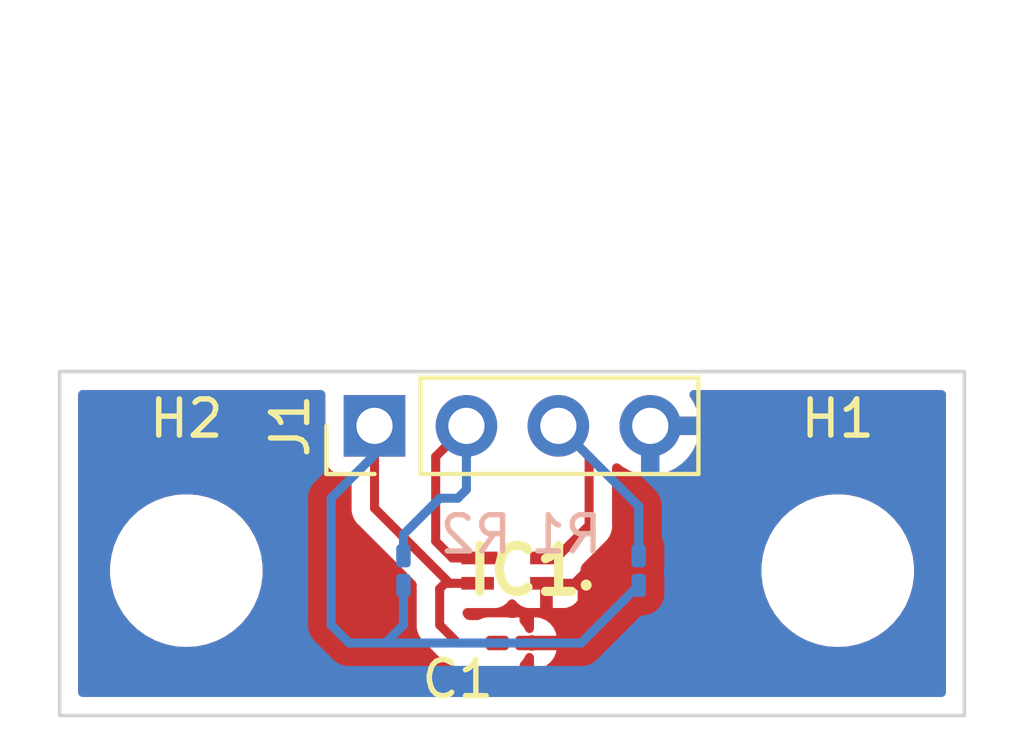
<source format=kicad_pcb>
(kicad_pcb (version 20211014) (generator pcbnew)
  (layers (0 "F.Cu" signal) (31 "B.Cu" signal) (34 "B.Paste" user) (35 "F.Paste" user) (36 "B.SilkS" user "B.Silkscreen") (37 "F.SilkS" user "F.Silkscreen") (38 "B.Mask" user) (39 "F.Mask" user) (44 "Edge.Cuts" user))
  (net 0 "")
  (net 1 "+3.3V")
  (net 2 "GND")
  (net 3 "COLOR_I2C_SDA")
  (net 4 "COLOR_I2C_SCL")
  (footprint "MountingHole:MountingHole_3.2mm_M3" (layer "F.Cu") (at 97 80.5)
    (fp_text reference "H1" (at 0 -4.2) (layer "F.SilkS"))
    (fp_text value "MountingHole")
    (pad "" np_thru_hole circle (at 0 0) (size 3.2 3.2) (drill 3.2) (layers *.Cu *.Mask))
  )
  (footprint "Capacitor_SMD:C_0201_0603Metric_Pad0.64x0.40mm_HandSolder" (layer "F.Cu") (at 88 82.5)
    (fp_text reference "C1" (at -1.5 1) (layer "F.SilkS"))
    (fp_text value "100n")
    (pad "1" smd roundrect (at -0.4075 0) (size 0.635 0.4) (layers "F.Cu" "F.Mask") (net 1 "+3.3V"))
    (pad "2" smd roundrect (at 0.4075 0) (size 0.635 0.4) (layers "F.Cu" "F.Mask") (net 2 "GND"))
  )
  (footprint "Connector_PinHeader_2.54mm:PinHeader_1x04_P2.54mm_Vertical" (layer "F.Cu") (at 84.2 76.5 90)
    (fp_text reference "J1" (at 0 -2.33 90) (layer "F.SilkS"))
    (fp_text value "Conn_01x04_Male")
    (fp_line (start -1.33 0) (end -1.33 -1.33) (layer "F.SilkS") (width 0.12))
    (fp_line (start 1.33 1.27) (end 1.33 8.95) (layer "F.SilkS") (width 0.12))
    (fp_line (start -1.33 8.95) (end 1.33 8.95) (layer "F.SilkS") (width 0.12))
    (fp_line (start -1.33 -1.33) (end 0 -1.33) (layer "F.SilkS") (width 0.12))
    (fp_line (start -1.33 1.27) (end -1.33 8.95) (layer "F.SilkS") (width 0.12))
    (fp_line (start -1.33 1.27) (end 1.33 1.27) (layer "F.SilkS") (width 0.12))
    (pad "1" thru_hole rect (at 0 0 90) (size 1.7 1.7) (drill 1) (layers *.Cu *.Mask) (net 1 "+3.3V"))
    (pad "2" thru_hole oval (at 0 2.54 90) (size 1.7 1.7) (drill 1) (layers *.Cu *.Mask) (net 4 "COLOR_I2C_SCL"))
    (pad "3" thru_hole oval (at 0 5.08 90) (size 1.7 1.7) (drill 1) (layers *.Cu *.Mask) (net 3 "COLOR_I2C_SDA"))
    (pad "4" thru_hole oval (at 0 7.62 90) (size 1.7 1.7) (drill 1) (layers *.Cu *.Mask) (net 2 "GND"))
  )
  (footprint "KiCad:VEML3328" (layer "F.Cu") (at 88 80.5 180)
    (fp_text reference "IC1" (at -0.35 0) (layer "F.SilkS") (effects (font (size 1.27 1.27) (thickness 0.254))))
    (fp_text value "VEML3328" hide)
    (fp_line (start -2.05 -0.35) (end -2.05 -0.35) (layer "F.SilkS") (width 0.2))
    (fp_line (start -2.05 -0.45) (end -2.05 -0.45) (layer "F.SilkS") (width 0.2))
    (fp_line (start -2.05 -0.35) (end -2.05 -0.35) (layer "F.SilkS") (width 0.2))
    (fp_arc (start -2.05 -0.35) (mid -2.1 -0.4) (end -2.05 -0.45) (layer "F.SilkS") (width 0.2))
    (fp_arc (start -2.05 -0.45) (mid -2 -0.4) (end -2.05 -0.35) (layer "F.SilkS") (width 0.2))
    (fp_arc (start -2.05 -0.45) (mid -2 -0.4) (end -2.05 -0.35) (layer "F.SilkS") (width 0.2))
    (pad "1" smd rect locked (at -0.95 -0.35 270) (size 0.35 0.9) (layers "F.Cu" "F.Paste" "F.Mask") (net 2 "GND"))
    (pad "2" smd rect locked (at -0.95 0.35 270) (size 0.35 0.9) (layers "F.Cu" "F.Paste" "F.Mask") (net 3 "COLOR_I2C_SDA"))
    (pad "3" smd rect locked (at 0.9 0.35 270) (size 0.35 1) (layers "F.Cu" "F.Paste" "F.Mask") (net 4 "COLOR_I2C_SCL"))
    (pad "4" smd rect locked (at 0.95 -0.35 270) (size 0.35 0.9) (layers "F.Cu" "F.Paste" "F.Mask") (net 1 "+3.3V"))
  )
  (footprint "MountingHole:MountingHole_3.2mm_M3" (layer "F.Cu") (at 79 80.5)
    (fp_text reference "H2" (at 0 -4.2) (layer "F.SilkS"))
    (fp_text value "MountingHole")
    (pad "" np_thru_hole circle (at 0 0) (size 3.2 3.2) (drill 3.2) (layers *.Cu *.Mask))
  )
  (footprint "Resistor_SMD:R_0201_0603Metric_Pad0.64x0.40mm_HandSolder" (layer "B.Cu") (at 85 80.5 90)
    (fp_text reference "R2" (at 1 2) (layer "B.SilkS") (effects (justify mirror)))
    (fp_text value "2k2")
    (pad "1" smd roundrect (at -0.4075 0 90) (size 0.635 0.4) (layers "B.Cu" "B.Mask") (net 1 "+3.3V"))
    (pad "2" smd roundrect (at 0.4075 0 90) (size 0.635 0.4) (layers "B.Cu" "B.Mask") (net 4 "COLOR_I2C_SCL"))
  )
  (footprint "Resistor_SMD:R_0201_0603Metric_Pad0.64x0.40mm_HandSolder" (layer "B.Cu") (at 91.5 80.5 90)
    (fp_text reference "R1" (at 1 -2) (layer "B.SilkS") (effects (justify mirror)))
    (fp_text value "2k2")
    (pad "1" smd roundrect (at -0.4075 0 90) (size 0.635 0.4) (layers "B.Cu" "B.Mask") (net 1 "+3.3V"))
    (pad "2" smd roundrect (at 0.4075 0 90) (size 0.635 0.4) (layers "B.Cu" "B.Mask") (net 3 "COLOR_I2C_SDA"))
  )
  (gr_rect (start 75.5 75) (end 100.5 84.5) (layer "Edge.Cuts") (width 0.1) (fill none))
  (segment (start 86.15 80.85) (end 86 81) (width 0.25) (layer "F.Cu") (net 1))
  (segment (start 86.275 80.85) (end 86.15 80.85) (width 0.25) (layer "F.Cu") (net 1))
  (segment (start 87.05 80.85) (end 86.275 80.85) (width 0.25) (layer "F.Cu") (net 1))
  (segment (start 86.5 82.5) (end 87.5925 82.5) (width 0.25) (layer "F.Cu") (net 1))
  (segment (start 86 82) (end 86.5 82.5) (width 0.25) (layer "F.Cu") (net 1))
  (segment (start 86.275 80.85) (end 84.2 78.775) (width 0.25) (layer "F.Cu") (net 1))
  (segment (start 84.2 78.775) (end 84.2 76.5) (width 0.25) (layer "F.Cu") (net 1))
  (segment (start 86 81) (end 86 82) (width 0.25) (layer "F.Cu") (net 1))
  (segment (start 84.2 76.5) (end 84.2 77.3) (width 0.25) (layer "B.Cu") (net 1))
  (segment (start 89.9075 82.5) (end 84.5 82.5) (width 0.25) (layer "B.Cu") (net 1))
  (segment (start 83 82) (end 83.5 82.5) (width 0.25) (layer "B.Cu") (net 1))
  (segment (start 85 82) (end 84.5 82.5) (width 0.25) (layer "B.Cu") (net 1))
  (segment (start 84.2 77.3) (end 83 78.5) (width 0.25) (layer "B.Cu") (net 1))
  (segment (start 85 80.9075) (end 85 82) (width 0.25) (layer "B.Cu") (net 1))
  (segment (start 83 78.5) (end 83 82) (width 0.25) (layer "B.Cu") (net 1))
  (segment (start 84.5 82.5) (end 83.5 82.5) (width 0.25) (layer "B.Cu") (net 1))
  (segment (start 91.5 80.9075) (end 89.9075 82.5) (width 0.25) (layer "B.Cu") (net 1))
  (segment (start 91.82 78.755) (end 91.82 76.5) (width 0.25) (layer "F.Cu") (net 2))
  (segment (start 89.9375 82.0625) (end 89.9375 81) (width 0.25) (layer "F.Cu") (net 2))
  (segment (start 89.9375 81) (end 89.7875 80.85) (width 0.25) (layer "F.Cu") (net 2))
  (segment (start 89.7875 80.85) (end 89.725 80.85) (width 0.25) (layer "F.Cu") (net 2))
  (segment (start 89.5 82.5) (end 89.9375 82.0625) (width 0.25) (layer "F.Cu") (net 2))
  (segment (start 88.95 80.85) (end 89.725 80.85) (width 0.25) (layer "F.Cu") (net 2))
  (segment (start 88.4075 82.5) (end 89.5 82.5) (width 0.25) (layer "F.Cu") (net 2))
  (segment (start 89 80.9) (end 88.95 80.85) (width 0.25) (layer "F.Cu") (net 2))
  (segment (start 89.725 80.85) (end 91.82 78.755) (width 0.25) (layer "F.Cu") (net 2))
  (segment (start 90.13 79.245) (end 90.13 77.35) (width 0.25) (layer "F.Cu") (net 3))
  (segment (start 88.95 80.15) (end 89.225 80.15) (width 0.25) (layer "F.Cu") (net 3))
  (segment (start 89.225 80.15) (end 90.13 79.245) (width 0.25) (layer "F.Cu") (net 3))
  (segment (start 90.13 77.35) (end 89.28 76.5) (width 0.25) (layer "F.Cu") (net 3))
  (segment (start 91.5 80.0925) (end 91.5 78.72) (width 0.25) (layer "B.Cu") (net 3))
  (segment (start 91.5 78.72) (end 89.28 76.5) (width 0.25) (layer "B.Cu") (net 3))
  (segment (start 86.352112 80.15) (end 85.89 79.687888) (width 0.25) (layer "F.Cu") (net 4))
  (segment (start 86.6 80.15) (end 86.352112 80.15) (width 0.25) (layer "F.Cu") (net 4))
  (segment (start 85.89 77.35) (end 86.74 76.5) (width 0.25) (layer "F.Cu") (net 4))
  (segment (start 85.89 79.687888) (end 85.89 77.35) (width 0.25) (layer "F.Cu") (net 4))
  (segment (start 85 79.5) (end 86 78.5) (width 0.25) (layer "B.Cu") (net 4))
  (segment (start 85 80.0925) (end 85 79.5) (width 0.25) (layer "B.Cu") (net 4))
  (segment (start 86 78.5) (end 86.5 78.5) (width 0.25) (layer "B.Cu") (net 4))
  (segment (start 86.5 78.5) (end 86.74 78.26) (width 0.25) (layer "B.Cu") (net 4))
  (segment (start 86.74 78.26) (end 86.74 76.5) (width 0.25) (layer "B.Cu") (net 4))
  (zone (net 2) (net_name "GND") (layers F&B.Cu) (connect_pads (clearance 0.508)) (min_thickness 0.254) (fill yes (thermal_gap 0.508) (thermal_bridge_width 0.508))
    (polygon (pts (xy 100 84.5) (xy 76 84.5) (xy 76 75.5) (xy 100 75.5)))
  )
)
</source>
